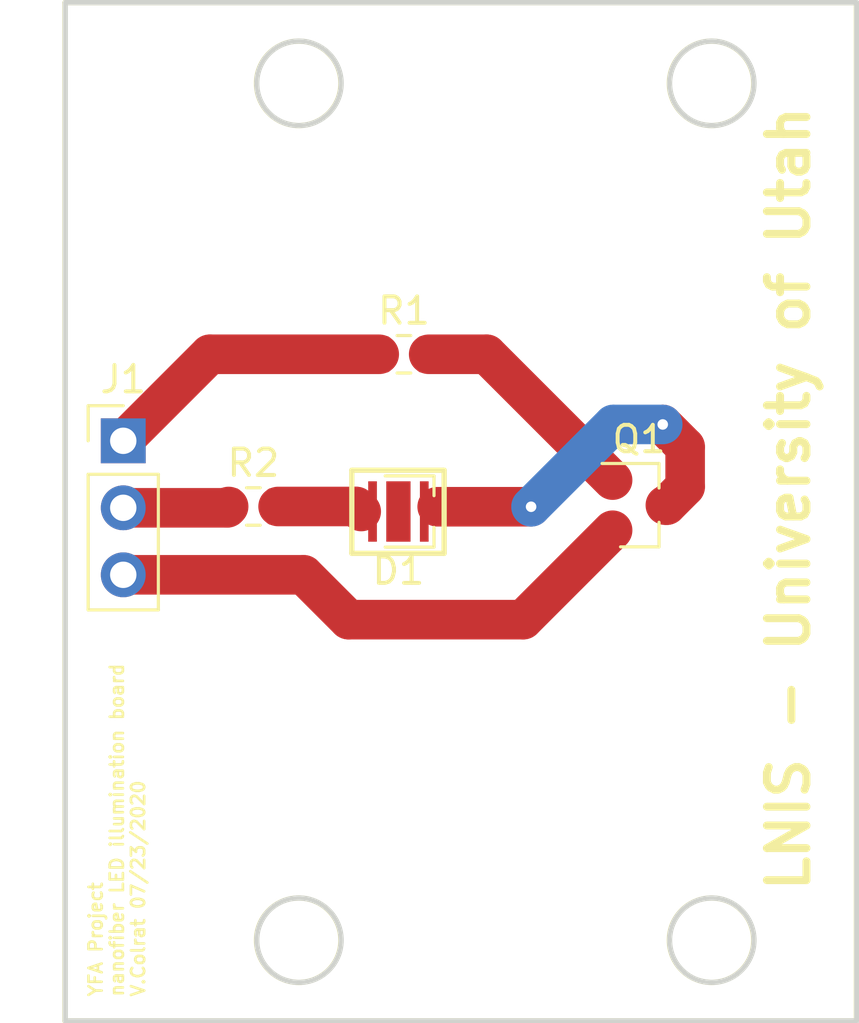
<source format=kicad_pcb>
(kicad_pcb (version 20171130) (host pcbnew "(5.1.6)-1")

  (general
    (thickness 1.6)
    (drawings 22)
    (tracks 23)
    (zones 0)
    (modules 5)
    (nets 7)
  )

  (page A4)
  (layers
    (0 F.Cu signal)
    (31 B.Cu signal)
    (32 B.Adhes user)
    (33 F.Adhes user)
    (34 B.Paste user)
    (35 F.Paste user)
    (36 B.SilkS user)
    (37 F.SilkS user)
    (38 B.Mask user)
    (39 F.Mask user)
    (40 Dwgs.User user)
    (41 Cmts.User user)
    (42 Eco1.User user)
    (43 Eco2.User user)
    (44 Edge.Cuts user)
    (45 Margin user)
    (46 B.CrtYd user)
    (47 F.CrtYd user)
    (48 B.Fab user)
    (49 F.Fab user)
  )

  (setup
    (last_trace_width 0.25)
    (user_trace_width 1)
    (user_trace_width 1.5)
    (trace_clearance 0.2)
    (zone_clearance 0.508)
    (zone_45_only no)
    (trace_min 0.2)
    (via_size 0.8)
    (via_drill 0.4)
    (via_min_size 0.4)
    (via_min_drill 0.3)
    (uvia_size 0.3)
    (uvia_drill 0.1)
    (uvias_allowed no)
    (uvia_min_size 0.2)
    (uvia_min_drill 0.1)
    (edge_width 0.05)
    (segment_width 0.2)
    (pcb_text_width 0.3)
    (pcb_text_size 1.5 1.5)
    (mod_edge_width 0.12)
    (mod_text_size 1 1)
    (mod_text_width 0.15)
    (pad_size 1.524 1.524)
    (pad_drill 0.762)
    (pad_to_mask_clearance 0.05)
    (aux_axis_origin 0 0)
    (visible_elements 7FFFFFFF)
    (pcbplotparams
      (layerselection 0x010fc_ffffffff)
      (usegerberextensions false)
      (usegerberattributes true)
      (usegerberadvancedattributes true)
      (creategerberjobfile true)
      (excludeedgelayer true)
      (linewidth 0.100000)
      (plotframeref false)
      (viasonmask false)
      (mode 1)
      (useauxorigin false)
      (hpglpennumber 1)
      (hpglpenspeed 20)
      (hpglpendiameter 15.000000)
      (psnegative false)
      (psa4output false)
      (plotreference true)
      (plotvalue true)
      (plotinvisibletext false)
      (padsonsilk false)
      (subtractmaskfromsilk false)
      (outputformat 1)
      (mirror false)
      (drillshape 1)
      (scaleselection 1)
      (outputdirectory ""))
  )

  (net 0 "")
  (net 1 "Net-(D1-Pad1)")
  (net 2 "Net-(D1-Pad2)")
  (net 3 "Net-(J1-Pad1)")
  (net 4 "Net-(Q1-Pad1)")
  (net 5 /GND)
  (net 6 /5V)

  (net_class Default "This is the default net class."
    (clearance 0.2)
    (trace_width 0.25)
    (via_dia 0.8)
    (via_drill 0.4)
    (uvia_dia 0.3)
    (uvia_drill 0.1)
    (add_net /5V)
    (add_net /GND)
    (add_net "Net-(D1-Pad1)")
    (add_net "Net-(D1-Pad2)")
    (add_net "Net-(J1-Pad1)")
    (add_net "Net-(Q1-Pad1)")
  )

  (module Resistor_SMD:R_0805_2012Metric (layer F.Cu) (tedit 5B36C52B) (tstamp 5F1A28F2)
    (at 152.1025 83.96)
    (descr "Resistor SMD 0805 (2012 Metric), square (rectangular) end terminal, IPC_7351 nominal, (Body size source: https://docs.google.com/spreadsheets/d/1BsfQQcO9C6DZCsRaXUlFlo91Tg2WpOkGARC1WS5S8t0/edit?usp=sharing), generated with kicad-footprint-generator")
    (tags resistor)
    (path /5F19BCC6)
    (attr smd)
    (fp_text reference R2 (at 0 -1.65) (layer F.SilkS)
      (effects (font (size 1 1) (thickness 0.15)))
    )
    (fp_text value 56ohm (at 0 1.65) (layer F.Fab)
      (effects (font (size 1 1) (thickness 0.15)))
    )
    (fp_line (start 1.68 0.95) (end -1.68 0.95) (layer F.CrtYd) (width 0.05))
    (fp_line (start 1.68 -0.95) (end 1.68 0.95) (layer F.CrtYd) (width 0.05))
    (fp_line (start -1.68 -0.95) (end 1.68 -0.95) (layer F.CrtYd) (width 0.05))
    (fp_line (start -1.68 0.95) (end -1.68 -0.95) (layer F.CrtYd) (width 0.05))
    (fp_line (start -0.258578 0.71) (end 0.258578 0.71) (layer F.SilkS) (width 0.12))
    (fp_line (start -0.258578 -0.71) (end 0.258578 -0.71) (layer F.SilkS) (width 0.12))
    (fp_line (start 1 0.6) (end -1 0.6) (layer F.Fab) (width 0.1))
    (fp_line (start 1 -0.6) (end 1 0.6) (layer F.Fab) (width 0.1))
    (fp_line (start -1 -0.6) (end 1 -0.6) (layer F.Fab) (width 0.1))
    (fp_line (start -1 0.6) (end -1 -0.6) (layer F.Fab) (width 0.1))
    (fp_text user %R (at 0 0) (layer F.Fab)
      (effects (font (size 0.5 0.5) (thickness 0.08)))
    )
    (pad 2 smd roundrect (at 0.9375 0) (size 0.975 1.4) (layers F.Cu F.Paste F.Mask) (roundrect_rratio 0.25)
      (net 2 "Net-(D1-Pad2)"))
    (pad 1 smd roundrect (at -0.9375 0) (size 0.975 1.4) (layers F.Cu F.Paste F.Mask) (roundrect_rratio 0.25)
      (net 6 /5V))
    (model ${KISYS3DMOD}/Resistor_SMD.3dshapes/R_0805_2012Metric.wrl
      (at (xyz 0 0 0))
      (scale (xyz 1 1 1))
      (rotate (xyz 0 0 0))
    )
  )

  (module Resistor_SMD:R_0805_2012Metric (layer F.Cu) (tedit 5B36C52B) (tstamp 5F1A28E1)
    (at 157.81 78.19)
    (descr "Resistor SMD 0805 (2012 Metric), square (rectangular) end terminal, IPC_7351 nominal, (Body size source: https://docs.google.com/spreadsheets/d/1BsfQQcO9C6DZCsRaXUlFlo91Tg2WpOkGARC1WS5S8t0/edit?usp=sharing), generated with kicad-footprint-generator")
    (tags resistor)
    (path /5F1AE21E)
    (attr smd)
    (fp_text reference R1 (at 0 -1.65) (layer F.SilkS)
      (effects (font (size 1 1) (thickness 0.15)))
    )
    (fp_text value 56ohm (at 0 1.65) (layer F.Fab)
      (effects (font (size 1 1) (thickness 0.15)))
    )
    (fp_line (start 1.68 0.95) (end -1.68 0.95) (layer F.CrtYd) (width 0.05))
    (fp_line (start 1.68 -0.95) (end 1.68 0.95) (layer F.CrtYd) (width 0.05))
    (fp_line (start -1.68 -0.95) (end 1.68 -0.95) (layer F.CrtYd) (width 0.05))
    (fp_line (start -1.68 0.95) (end -1.68 -0.95) (layer F.CrtYd) (width 0.05))
    (fp_line (start -0.258578 0.71) (end 0.258578 0.71) (layer F.SilkS) (width 0.12))
    (fp_line (start -0.258578 -0.71) (end 0.258578 -0.71) (layer F.SilkS) (width 0.12))
    (fp_line (start 1 0.6) (end -1 0.6) (layer F.Fab) (width 0.1))
    (fp_line (start 1 -0.6) (end 1 0.6) (layer F.Fab) (width 0.1))
    (fp_line (start -1 -0.6) (end 1 -0.6) (layer F.Fab) (width 0.1))
    (fp_line (start -1 0.6) (end -1 -0.6) (layer F.Fab) (width 0.1))
    (fp_text user %R (at 0 0) (layer F.Fab)
      (effects (font (size 0.5 0.5) (thickness 0.08)))
    )
    (pad 2 smd roundrect (at 0.9375 0) (size 0.975 1.4) (layers F.Cu F.Paste F.Mask) (roundrect_rratio 0.25)
      (net 4 "Net-(Q1-Pad1)"))
    (pad 1 smd roundrect (at -0.9375 0) (size 0.975 1.4) (layers F.Cu F.Paste F.Mask) (roundrect_rratio 0.25)
      (net 3 "Net-(J1-Pad1)"))
    (model ${KISYS3DMOD}/Resistor_SMD.3dshapes/R_0805_2012Metric.wrl
      (at (xyz 0 0 0))
      (scale (xyz 1 1 1))
      (rotate (xyz 0 0 0))
    )
  )

  (module LED_SMD:LED_Cree-XB (layer F.Cu) (tedit 5E7E46E7) (tstamp 5F19C45C)
    (at 157.6 84.15 180)
    (descr http://www.cree.com/~/media/Files/Cree/LED-Components-and-Modules/XLamp/Data-and-Binning/XLampXBD.pdf)
    (tags "LED Cree XB")
    (path /5F19B330)
    (attr smd)
    (fp_text reference D1 (at 0 -2.25) (layer F.SilkS)
      (effects (font (size 1 1) (thickness 0.15)))
    )
    (fp_text value LED (at 0 2.25) (layer F.Fab)
      (effects (font (size 1 1) (thickness 0.15)))
    )
    (fp_line (start 1.4 1.4) (end -1.4 1.4) (layer F.CrtYd) (width 0.05))
    (fp_line (start 1.4 -1.4) (end 1.4 1.4) (layer F.CrtYd) (width 0.05))
    (fp_line (start -1.4 -1.4) (end 1.4 -1.4) (layer F.CrtYd) (width 0.05))
    (fp_line (start -1.4 1.4) (end -1.4 -1.4) (layer F.CrtYd) (width 0.05))
    (fp_line (start -1.35 1.35) (end -1.35 0.6) (layer F.SilkS) (width 0.12))
    (fp_line (start 0.5 1.35) (end -1.35 1.35) (layer F.SilkS) (width 0.12))
    (fp_line (start -1.35 -1.35) (end -1.35 -0.6) (layer F.SilkS) (width 0.12))
    (fp_line (start 0.5 -1.35) (end -1.35 -1.35) (layer F.SilkS) (width 0.12))
    (fp_line (start -1.15 1.15) (end -1.15 -1.15) (layer F.Fab) (width 0.1))
    (fp_line (start 1.15 1.15) (end -1.15 1.15) (layer F.Fab) (width 0.1))
    (fp_line (start 1.15 -1.15) (end 1.15 1.15) (layer F.Fab) (width 0.1))
    (fp_line (start -1.15 -1.15) (end 1.15 -1.15) (layer F.Fab) (width 0.1))
    (fp_text user %R (at 0 0) (layer F.Fab)
      (effects (font (size 0.5 0.5) (thickness 0.05)))
    )
    (pad "" smd rect (at 0 0.55 180) (size 0.85 0.85) (layers F.Paste))
    (pad "" smd rect (at 0 -0.55 180) (size 0.85 0.85) (layers F.Paste))
    (pad 3 smd rect (at 0 0 180) (size 0.92 2.29) (layers F.Cu F.Mask))
    (pad 1 smd rect (at -0.98 0 180) (size 0.33 2.29) (layers F.Cu F.Paste F.Mask)
      (net 1 "Net-(D1-Pad1)"))
    (pad 2 smd rect (at 0.98 0 180) (size 0.33 2.29) (layers F.Cu F.Paste F.Mask)
      (net 2 "Net-(D1-Pad2)"))
    (model ${KISYS3DMOD}/LED_SMD.3dshapes/LED_Cree-XB.wrl
      (at (xyz 0 0 0))
      (scale (xyz 1 1 1))
      (rotate (xyz 0 0 0))
    )
  )

  (module Package_TO_SOT_SMD:SOT-23 (layer F.Cu) (tedit 5A02FF57) (tstamp 5F19C488)
    (at 166.72 83.91)
    (descr "SOT-23, Standard")
    (tags SOT-23)
    (path /5F19E77C)
    (attr smd)
    (fp_text reference Q1 (at 0 -2.5) (layer F.SilkS)
      (effects (font (size 1 1) (thickness 0.15)))
    )
    (fp_text value 2N7002 (at 0 2.5) (layer F.Fab)
      (effects (font (size 1 1) (thickness 0.15)))
    )
    (fp_line (start 0.76 1.58) (end -0.7 1.58) (layer F.SilkS) (width 0.12))
    (fp_line (start 0.76 -1.58) (end -1.4 -1.58) (layer F.SilkS) (width 0.12))
    (fp_line (start -1.7 1.75) (end -1.7 -1.75) (layer F.CrtYd) (width 0.05))
    (fp_line (start 1.7 1.75) (end -1.7 1.75) (layer F.CrtYd) (width 0.05))
    (fp_line (start 1.7 -1.75) (end 1.7 1.75) (layer F.CrtYd) (width 0.05))
    (fp_line (start -1.7 -1.75) (end 1.7 -1.75) (layer F.CrtYd) (width 0.05))
    (fp_line (start 0.76 -1.58) (end 0.76 -0.65) (layer F.SilkS) (width 0.12))
    (fp_line (start 0.76 1.58) (end 0.76 0.65) (layer F.SilkS) (width 0.12))
    (fp_line (start -0.7 1.52) (end 0.7 1.52) (layer F.Fab) (width 0.1))
    (fp_line (start 0.7 -1.52) (end 0.7 1.52) (layer F.Fab) (width 0.1))
    (fp_line (start -0.7 -0.95) (end -0.15 -1.52) (layer F.Fab) (width 0.1))
    (fp_line (start -0.15 -1.52) (end 0.7 -1.52) (layer F.Fab) (width 0.1))
    (fp_line (start -0.7 -0.95) (end -0.7 1.5) (layer F.Fab) (width 0.1))
    (fp_text user %R (at 0 0 90) (layer F.Fab)
      (effects (font (size 0.5 0.5) (thickness 0.075)))
    )
    (pad 3 smd rect (at 1 0) (size 0.9 0.8) (layers F.Cu F.Paste F.Mask)
      (net 1 "Net-(D1-Pad1)"))
    (pad 2 smd rect (at -1 0.95) (size 0.9 0.8) (layers F.Cu F.Paste F.Mask)
      (net 5 /GND))
    (pad 1 smd rect (at -1 -0.95) (size 0.9 0.8) (layers F.Cu F.Paste F.Mask)
      (net 4 "Net-(Q1-Pad1)"))
    (model ${KISYS3DMOD}/Package_TO_SOT_SMD.3dshapes/SOT-23.wrl
      (at (xyz 0 0 0))
      (scale (xyz 1 1 1))
      (rotate (xyz 0 0 0))
    )
  )

  (module Connector_PinHeader_2.54mm:PinHeader_1x03_P2.54mm_Vertical (layer F.Cu) (tedit 59FED5CC) (tstamp 5F19C473)
    (at 147.17 81.47)
    (descr "Through hole straight pin header, 1x03, 2.54mm pitch, single row")
    (tags "Through hole pin header THT 1x03 2.54mm single row")
    (path /5F19DDA2)
    (fp_text reference J1 (at 0 -2.33) (layer F.SilkS)
      (effects (font (size 1 1) (thickness 0.15)))
    )
    (fp_text value Conn_01x03 (at 0 7.41) (layer F.Fab)
      (effects (font (size 1 1) (thickness 0.15)))
    )
    (fp_line (start 1.8 -1.8) (end -1.8 -1.8) (layer F.CrtYd) (width 0.05))
    (fp_line (start 1.8 6.85) (end 1.8 -1.8) (layer F.CrtYd) (width 0.05))
    (fp_line (start -1.8 6.85) (end 1.8 6.85) (layer F.CrtYd) (width 0.05))
    (fp_line (start -1.8 -1.8) (end -1.8 6.85) (layer F.CrtYd) (width 0.05))
    (fp_line (start -1.33 -1.33) (end 0 -1.33) (layer F.SilkS) (width 0.12))
    (fp_line (start -1.33 0) (end -1.33 -1.33) (layer F.SilkS) (width 0.12))
    (fp_line (start -1.33 1.27) (end 1.33 1.27) (layer F.SilkS) (width 0.12))
    (fp_line (start 1.33 1.27) (end 1.33 6.41) (layer F.SilkS) (width 0.12))
    (fp_line (start -1.33 1.27) (end -1.33 6.41) (layer F.SilkS) (width 0.12))
    (fp_line (start -1.33 6.41) (end 1.33 6.41) (layer F.SilkS) (width 0.12))
    (fp_line (start -1.27 -0.635) (end -0.635 -1.27) (layer F.Fab) (width 0.1))
    (fp_line (start -1.27 6.35) (end -1.27 -0.635) (layer F.Fab) (width 0.1))
    (fp_line (start 1.27 6.35) (end -1.27 6.35) (layer F.Fab) (width 0.1))
    (fp_line (start 1.27 -1.27) (end 1.27 6.35) (layer F.Fab) (width 0.1))
    (fp_line (start -0.635 -1.27) (end 1.27 -1.27) (layer F.Fab) (width 0.1))
    (fp_text user %R (at 0 2.54 90) (layer F.Fab)
      (effects (font (size 1 1) (thickness 0.15)))
    )
    (pad 3 thru_hole oval (at 0 5.08) (size 1.7 1.7) (drill 1) (layers *.Cu *.Mask)
      (net 5 /GND))
    (pad 2 thru_hole oval (at 0 2.54) (size 1.7 1.7) (drill 1) (layers *.Cu *.Mask)
      (net 6 /5V))
    (pad 1 thru_hole rect (at 0 0) (size 1.7 1.7) (drill 1) (layers *.Cu *.Mask)
      (net 3 "Net-(J1-Pad1)"))
    (model ${KISYS3DMOD}/Connector_PinHeader_2.54mm.3dshapes/PinHeader_1x03_P2.54mm_Vertical.wrl
      (at (xyz 0 0 0))
      (scale (xyz 1 1 1))
      (rotate (xyz 0 0 0))
    )
  )

  (gr_text "YFA Project\nnanofiber LED illumination board\nV.Colrat 07/23/2020" (at 146.93 102.59 90) (layer F.SilkS)
    (effects (font (size 0.5 0.5) (thickness 0.1)) (justify left))
  )
  (gr_text "LNIS - University of Utah" (at 172.39 83.66 90) (layer F.SilkS)
    (effects (font (size 1.5 1.5) (thickness 0.3)))
  )
  (gr_line (start 144.96 64.86) (end 144.96 103.46) (layer F.SilkS) (width 0.2))
  (gr_line (start 159.334 82.585) (end 159.334 85.735) (layer F.SilkS) (width 0.2))
  (gr_line (start 155.834 82.585) (end 159.334 82.585) (layer F.SilkS) (width 0.2))
  (gr_line (start 155.834 85.735) (end 155.834 82.585) (layer F.SilkS) (width 0.2))
  (gr_line (start 159.334 85.735) (end 155.834 85.735) (layer F.SilkS) (width 0.2))
  (gr_line (start 144.96 103.46) (end 174.96 103.46) (layer F.SilkS) (width 0.2))
  (gr_circle (center 153.819 100.401) (end 155.419001 100.401) (layer F.SilkS) (width 0.2))
  (gr_circle (center 153.819 67.919) (end 155.419 67.919) (layer F.SilkS) (width 0.2))
  (gr_circle (center 169.469 67.919) (end 171.069 67.919) (layer F.SilkS) (width 0.2))
  (gr_circle (center 169.469 100.401) (end 171.069 100.401) (layer F.SilkS) (width 0.2))
  (gr_line (start 174.96 64.86) (end 144.96 64.86) (layer F.SilkS) (width 0.2))
  (gr_line (start 174.96 103.46) (end 174.96 64.86) (layer F.SilkS) (width 0.2))
  (gr_circle (center 169.479 100.401) (end 171.079 100.401) (layer Edge.Cuts) (width 0.2))
  (gr_line (start 144.97 103.46) (end 174.97 103.46) (layer Edge.Cuts) (width 0.2))
  (gr_circle (center 169.479 67.919) (end 171.079 67.919) (layer Edge.Cuts) (width 0.2))
  (gr_circle (center 153.829 100.401) (end 155.429001 100.401) (layer Edge.Cuts) (width 0.2))
  (gr_circle (center 153.829 67.919) (end 155.429 67.919) (layer Edge.Cuts) (width 0.2))
  (gr_line (start 174.97 103.46) (end 174.97 64.86) (layer Edge.Cuts) (width 0.2))
  (gr_line (start 174.97 64.86) (end 144.97 64.86) (layer Edge.Cuts) (width 0.2))
  (gr_line (start 144.97 64.86) (end 144.97 103.46) (layer Edge.Cuts) (width 0.2))

  (segment (start 167.72 83.91) (end 167.77 83.91) (width 1.5) (layer F.Cu) (net 1))
  (segment (start 167.77 83.91) (end 168.47 83.21) (width 1.5) (layer F.Cu) (net 1))
  (segment (start 168.47 83.21) (end 168.47 81.7) (width 1.5) (layer F.Cu) (net 1))
  (segment (start 168.47 81.7) (end 167.62 80.85) (width 1.5) (layer F.Cu) (net 1))
  (segment (start 167.62 80.85) (end 167.62 80.85) (width 1.5) (layer F.Cu) (net 1) (tstamp 5F1A2A03))
  (via (at 167.62 80.85) (size 0.8) (drill 0.4) (layers F.Cu B.Cu) (net 1))
  (segment (start 167.62 80.85) (end 165.75 80.85) (width 1.5) (layer B.Cu) (net 1))
  (segment (start 165.75 80.85) (end 162.63 83.97) (width 1.5) (layer B.Cu) (net 1))
  (segment (start 162.63 83.97) (end 162.63 83.97) (width 1.5) (layer B.Cu) (net 1) (tstamp 5F1A2A09))
  (via (at 162.63 83.97) (size 0.8) (drill 0.4) (layers F.Cu B.Cu) (net 1))
  (segment (start 162.63 83.97) (end 159.070001 83.97) (width 1.5) (layer F.Cu) (net 1))
  (segment (start 155.999999 83.96) (end 156.189999 84.15) (width 1.5) (layer F.Cu) (net 2))
  (segment (start 153.04 83.96) (end 155.999999 83.96) (width 1.5) (layer F.Cu) (net 2))
  (segment (start 150.45 78.19) (end 147.17 81.47) (width 1.5) (layer F.Cu) (net 3))
  (segment (start 156.8725 78.19) (end 150.45 78.19) (width 1.5) (layer F.Cu) (net 3))
  (segment (start 160.95 78.19) (end 165.72 82.96) (width 1.5) (layer F.Cu) (net 4))
  (segment (start 158.7475 78.19) (end 160.95 78.19) (width 1.5) (layer F.Cu) (net 4))
  (segment (start 147.17 86.55) (end 154.01 86.55) (width 1.5) (layer F.Cu) (net 5))
  (segment (start 154.01 86.55) (end 155.71 88.25) (width 1.5) (layer F.Cu) (net 5))
  (segment (start 162.33 88.25) (end 165.72 84.86) (width 1.5) (layer F.Cu) (net 5))
  (segment (start 155.71 88.25) (end 162.33 88.25) (width 1.5) (layer F.Cu) (net 5))
  (segment (start 151.115 84.01) (end 151.165 83.96) (width 1.5) (layer F.Cu) (net 6))
  (segment (start 147.17 84.01) (end 151.115 84.01) (width 1.5) (layer F.Cu) (net 6))

)

</source>
